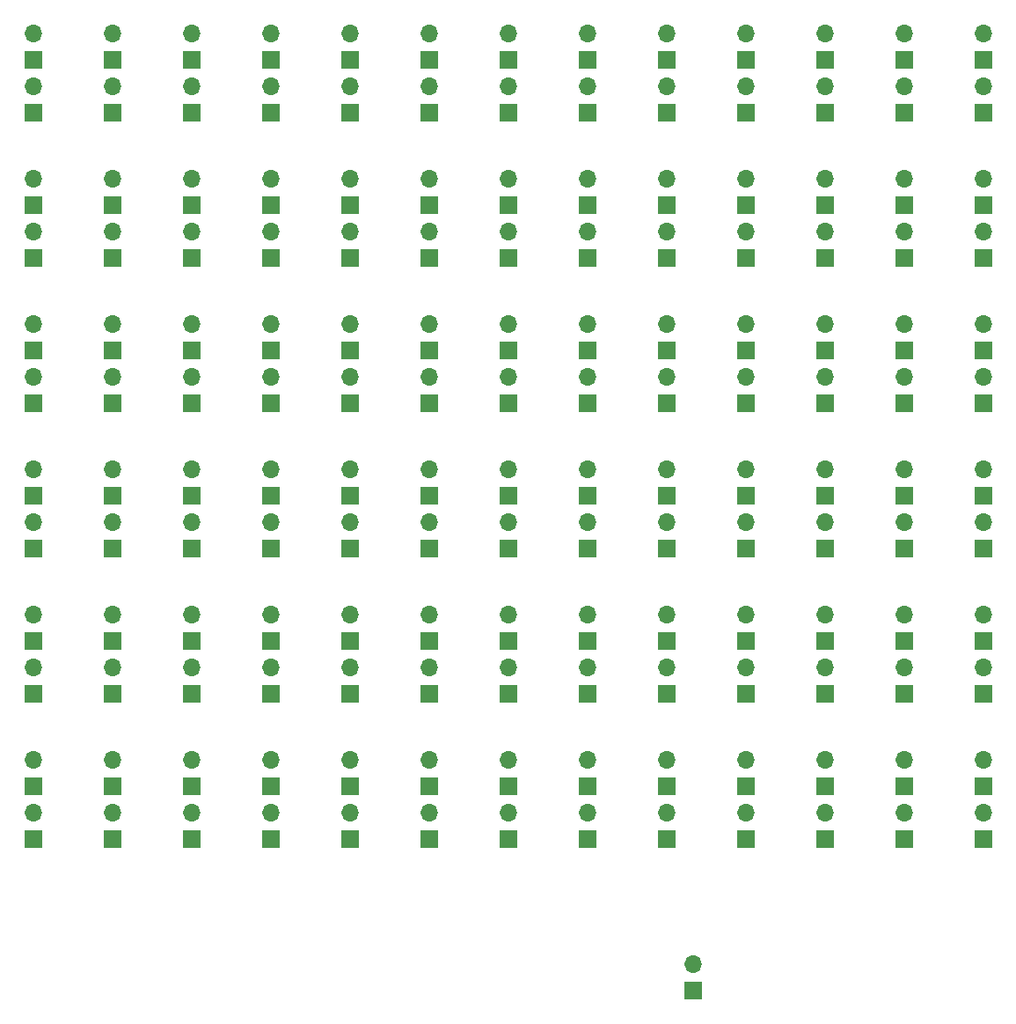
<source format=gbr>
%TF.GenerationSoftware,KiCad,Pcbnew,8.0.2-1*%
%TF.CreationDate,2024-08-03T10:32:13+02:00*%
%TF.ProjectId,dev-board,6465762d-626f-4617-9264-2e6b69636164,1.0*%
%TF.SameCoordinates,Original*%
%TF.FileFunction,Soldermask,Bot*%
%TF.FilePolarity,Negative*%
%FSLAX46Y46*%
G04 Gerber Fmt 4.6, Leading zero omitted, Abs format (unit mm)*
G04 Created by KiCad (PCBNEW 8.0.2-1) date 2024-08-03 10:32:13*
%MOMM*%
%LPD*%
G01*
G04 APERTURE LIST*
%ADD10R,1.700000X1.700000*%
%ADD11O,1.700000X1.700000*%
G04 APERTURE END LIST*
D10*
%TO.C,J90*%
X189865000Y-94620000D03*
D11*
X189865000Y-92080000D03*
%TD*%
D10*
%TO.C,J69*%
X128905000Y-85730000D03*
D11*
X128905000Y-83190000D03*
%TD*%
D10*
%TO.C,J97*%
X144145000Y-99705000D03*
D11*
X144145000Y-97165000D03*
%TD*%
D10*
%TO.C,J28*%
X113665000Y-66675000D03*
D11*
X113665000Y-64135000D03*
%TD*%
D10*
%TO.C,J63*%
X182245000Y-80650000D03*
D11*
X182245000Y-78110000D03*
%TD*%
D10*
%TO.C,J81*%
X121285000Y-94625000D03*
D11*
X121285000Y-92085000D03*
%TD*%
D10*
%TO.C,J49*%
X174625000Y-71760000D03*
D11*
X174625000Y-69220000D03*
%TD*%
D10*
%TO.C,J22*%
X167005000Y-57785000D03*
D11*
X167005000Y-55245000D03*
%TD*%
D10*
%TO.C,J118*%
X106045000Y-113665000D03*
D11*
X106045000Y-111125000D03*
%TD*%
D10*
%TO.C,J143*%
X189865000Y-122560000D03*
D11*
X189865000Y-120020000D03*
%TD*%
D10*
%TO.C,J116*%
X189865000Y-108595000D03*
D11*
X189865000Y-106055000D03*
%TD*%
D10*
%TO.C,J37*%
X182245000Y-66680000D03*
D11*
X182245000Y-64140000D03*
%TD*%
D10*
%TO.C,J122*%
X136525000Y-113675000D03*
D11*
X136525000Y-111135000D03*
%TD*%
D10*
%TO.C,J68*%
X121285000Y-85730000D03*
D11*
X121285000Y-83190000D03*
%TD*%
D10*
%TO.C,J65*%
X197485000Y-80650000D03*
D11*
X197485000Y-78110000D03*
%TD*%
D10*
%TO.C,J27*%
X106045000Y-66675000D03*
D11*
X106045000Y-64135000D03*
%TD*%
D10*
%TO.C,J102*%
X182245000Y-99705000D03*
D11*
X182245000Y-97165000D03*
%TD*%
D10*
%TO.C,J14*%
X106045000Y-57785000D03*
D11*
X106045000Y-55245000D03*
%TD*%
D10*
%TO.C,J151*%
X151765000Y-127640000D03*
D11*
X151765000Y-125100000D03*
%TD*%
D10*
%TO.C,J115*%
X182245000Y-108595000D03*
D11*
X182245000Y-106055000D03*
%TD*%
D10*
%TO.C,J107*%
X121285000Y-108595000D03*
D11*
X121285000Y-106055000D03*
%TD*%
D10*
%TO.C,J50*%
X182245000Y-71760000D03*
D11*
X182245000Y-69220000D03*
%TD*%
D10*
%TO.C,J29*%
X121285000Y-66680000D03*
D11*
X121285000Y-64140000D03*
%TD*%
D10*
%TO.C,J41*%
X113665000Y-71755000D03*
D11*
X113665000Y-69215000D03*
%TD*%
D10*
%TO.C,J156*%
X189865000Y-127645000D03*
D11*
X189865000Y-125105000D03*
%TD*%
D10*
%TO.C,J139*%
X159385000Y-122560000D03*
D11*
X159385000Y-120020000D03*
%TD*%
D10*
%TO.C,J155*%
X182245000Y-127645000D03*
D11*
X182245000Y-125105000D03*
%TD*%
D10*
%TO.C,J8*%
X159385000Y-52705000D03*
D11*
X159385000Y-50165000D03*
%TD*%
D10*
%TO.C,J55*%
X121285000Y-80655000D03*
D11*
X121285000Y-78115000D03*
%TD*%
D10*
%TO.C,J36*%
X174625000Y-66680000D03*
D11*
X174625000Y-64140000D03*
%TD*%
D10*
%TO.C,J76*%
X182245000Y-85730000D03*
D11*
X182245000Y-83190000D03*
%TD*%
D10*
%TO.C,J134*%
X121285000Y-122560000D03*
D11*
X121285000Y-120020000D03*
%TD*%
D10*
%TO.C,J152*%
X159385000Y-127640000D03*
D11*
X159385000Y-125100000D03*
%TD*%
D10*
%TO.C,J25*%
X189865000Y-57785000D03*
D11*
X189865000Y-55245000D03*
%TD*%
D10*
%TO.C,J21*%
X159385000Y-57785000D03*
D11*
X159385000Y-55245000D03*
%TD*%
D10*
%TO.C,J136*%
X136525000Y-122560000D03*
D11*
X136525000Y-120020000D03*
%TD*%
D10*
%TO.C,J101*%
X174625000Y-99705000D03*
D11*
X174625000Y-97165000D03*
%TD*%
D10*
%TO.C,J58*%
X144145000Y-80650000D03*
D11*
X144145000Y-78110000D03*
%TD*%
D10*
%TO.C,J38*%
X189865000Y-66685000D03*
D11*
X189865000Y-64145000D03*
%TD*%
D10*
%TO.C,J149*%
X136525000Y-127645000D03*
D11*
X136525000Y-125105000D03*
%TD*%
D10*
%TO.C,J89*%
X182245000Y-94620000D03*
D11*
X182245000Y-92080000D03*
%TD*%
D10*
%TO.C,J13*%
X197485000Y-52705000D03*
D11*
X197485000Y-50165000D03*
%TD*%
D10*
%TO.C,J96*%
X136525000Y-99705000D03*
D11*
X136525000Y-97165000D03*
%TD*%
D10*
%TO.C,J18*%
X136525000Y-57785000D03*
D11*
X136525000Y-55245000D03*
%TD*%
D10*
%TO.C,J19*%
X144145000Y-57785000D03*
D11*
X144145000Y-55245000D03*
%TD*%
D10*
%TO.C,J57*%
X136525000Y-80655000D03*
D11*
X136525000Y-78115000D03*
%TD*%
D10*
%TO.C,J79*%
X106045000Y-94615000D03*
D11*
X106045000Y-92075000D03*
%TD*%
D10*
%TO.C,J44*%
X136525000Y-71760000D03*
D11*
X136525000Y-69220000D03*
%TD*%
D10*
%TO.C,J35*%
X167005000Y-66680000D03*
D11*
X167005000Y-64140000D03*
%TD*%
D10*
%TO.C,J45*%
X144145000Y-71760000D03*
D11*
X144145000Y-69220000D03*
%TD*%
D10*
%TO.C,J70*%
X136525000Y-85735000D03*
D11*
X136525000Y-83195000D03*
%TD*%
D10*
%TO.C,J67*%
X113665000Y-85730000D03*
D11*
X113665000Y-83190000D03*
%TD*%
D10*
%TO.C,J105*%
X106045000Y-108585000D03*
D11*
X106045000Y-106045000D03*
%TD*%
D10*
%TO.C,J47*%
X159385000Y-71760000D03*
D11*
X159385000Y-69220000D03*
%TD*%
D10*
%TO.C,J144*%
X197485000Y-127645000D03*
D11*
X197485000Y-125105000D03*
%TD*%
D10*
%TO.C,J84*%
X144145000Y-94620000D03*
D11*
X144145000Y-92080000D03*
%TD*%
D10*
%TO.C,J12*%
X189865000Y-52705000D03*
D11*
X189865000Y-50165000D03*
%TD*%
D10*
%TO.C,J26*%
X197485000Y-57785000D03*
D11*
X197485000Y-55245000D03*
%TD*%
D10*
%TO.C,J120*%
X121285000Y-113675000D03*
D11*
X121285000Y-111135000D03*
%TD*%
D10*
%TO.C,J39*%
X197485000Y-66685000D03*
D11*
X197485000Y-64145000D03*
%TD*%
D10*
%TO.C,J62*%
X174625000Y-80650000D03*
D11*
X174625000Y-78110000D03*
%TD*%
D10*
%TO.C,J142*%
X182245000Y-122560000D03*
D11*
X182245000Y-120020000D03*
%TD*%
D10*
%TO.C,J112*%
X159385000Y-108590000D03*
D11*
X159385000Y-106050000D03*
%TD*%
D10*
%TO.C,J135*%
X128905000Y-122565000D03*
D11*
X128905000Y-120025000D03*
%TD*%
D10*
%TO.C,J110*%
X144145000Y-108590000D03*
D11*
X144145000Y-106050000D03*
%TD*%
D10*
%TO.C,J87*%
X167005000Y-94620000D03*
D11*
X167005000Y-92080000D03*
%TD*%
D10*
%TO.C,J104*%
X197485000Y-99700000D03*
D11*
X197485000Y-97160000D03*
%TD*%
D10*
%TO.C,J95*%
X128905000Y-99705000D03*
D11*
X128905000Y-97165000D03*
%TD*%
D10*
%TO.C,J15*%
X113665000Y-57785000D03*
D11*
X113665000Y-55245000D03*
%TD*%
D10*
%TO.C,J129*%
X189865000Y-113675000D03*
D11*
X189865000Y-111135000D03*
%TD*%
D10*
%TO.C,J117*%
X197485000Y-108590000D03*
D11*
X197485000Y-106050000D03*
%TD*%
D10*
%TO.C,J91*%
X197485000Y-94625000D03*
D11*
X197485000Y-92085000D03*
%TD*%
D10*
%TO.C,J145*%
X106045000Y-127635000D03*
D11*
X106045000Y-125095000D03*
%TD*%
D10*
%TO.C,J33*%
X151765000Y-66680000D03*
D11*
X151765000Y-64140000D03*
%TD*%
D10*
%TO.C,J113*%
X167005000Y-108590000D03*
D11*
X167005000Y-106050000D03*
%TD*%
D10*
%TO.C,J51*%
X189865000Y-71760000D03*
D11*
X189865000Y-69220000D03*
%TD*%
D10*
%TO.C,J114*%
X174625000Y-108590000D03*
D11*
X174625000Y-106050000D03*
%TD*%
D10*
%TO.C,J141*%
X174625000Y-122565000D03*
D11*
X174625000Y-120025000D03*
%TD*%
D10*
%TO.C,J10*%
X174625000Y-52705000D03*
D11*
X174625000Y-50165000D03*
%TD*%
D10*
%TO.C,J86*%
X159385000Y-94625000D03*
D11*
X159385000Y-92085000D03*
%TD*%
D10*
%TO.C,J83*%
X136525000Y-94625000D03*
D11*
X136525000Y-92085000D03*
%TD*%
D10*
%TO.C,J53*%
X106045000Y-80645000D03*
D11*
X106045000Y-78105000D03*
%TD*%
D10*
%TO.C,J82*%
X128905000Y-94620000D03*
D11*
X128905000Y-92080000D03*
%TD*%
D10*
%TO.C,J17*%
X128905000Y-57785000D03*
D11*
X128905000Y-55245000D03*
%TD*%
D10*
%TO.C,J146*%
X113665000Y-127640000D03*
D11*
X113665000Y-125100000D03*
%TD*%
D10*
%TO.C,J9*%
X167005000Y-52705000D03*
D11*
X167005000Y-50165000D03*
%TD*%
D10*
%TO.C,J140*%
X167005000Y-122565000D03*
D11*
X167005000Y-120025000D03*
%TD*%
D10*
%TO.C,J119*%
X113665000Y-113670000D03*
D11*
X113665000Y-111130000D03*
%TD*%
D10*
%TO.C,J64*%
X189865000Y-80655000D03*
D11*
X189865000Y-78115000D03*
%TD*%
D10*
%TO.C,J94*%
X121285000Y-99705000D03*
D11*
X121285000Y-97165000D03*
%TD*%
D10*
%TO.C,J125*%
X159385000Y-113675000D03*
D11*
X159385000Y-111135000D03*
%TD*%
D10*
%TO.C,J2*%
X113665000Y-52705000D03*
D11*
X113665000Y-50165000D03*
%TD*%
D10*
%TO.C,J124*%
X151765000Y-113675000D03*
D11*
X151765000Y-111135000D03*
%TD*%
D10*
%TO.C,J147*%
X121285000Y-127640000D03*
D11*
X121285000Y-125100000D03*
%TD*%
D10*
%TO.C,J148*%
X128905000Y-127640000D03*
D11*
X128905000Y-125100000D03*
%TD*%
D10*
%TO.C,J150*%
X144145000Y-127645000D03*
D11*
X144145000Y-125105000D03*
%TD*%
D10*
%TO.C,J93*%
X113665000Y-99700000D03*
D11*
X113665000Y-97160000D03*
%TD*%
D10*
%TO.C,J30*%
X128905000Y-66680000D03*
D11*
X128905000Y-64140000D03*
%TD*%
D10*
%TO.C,J3*%
X121285000Y-52705000D03*
D11*
X121285000Y-50165000D03*
%TD*%
D10*
%TO.C,J1*%
X106045000Y-52705000D03*
D11*
X106045000Y-50165000D03*
%TD*%
D10*
%TO.C,J137*%
X144145000Y-122565000D03*
D11*
X144145000Y-120025000D03*
%TD*%
D10*
%TO.C,J52*%
X197485000Y-71765000D03*
D11*
X197485000Y-69225000D03*
%TD*%
D10*
%TO.C,J11*%
X182245000Y-52705000D03*
D11*
X182245000Y-50165000D03*
%TD*%
D10*
%TO.C,J54*%
X113665000Y-80650000D03*
D11*
X113665000Y-78110000D03*
%TD*%
D10*
%TO.C,J59*%
X151765000Y-80655000D03*
D11*
X151765000Y-78115000D03*
%TD*%
D10*
%TO.C,J74*%
X167005000Y-85735000D03*
D11*
X167005000Y-83195000D03*
%TD*%
D10*
%TO.C,J111*%
X151765000Y-108590000D03*
D11*
X151765000Y-106050000D03*
%TD*%
D10*
%TO.C,J123*%
X144145000Y-113675000D03*
D11*
X144145000Y-111135000D03*
%TD*%
D10*
%TO.C,J98*%
X151765000Y-99705000D03*
D11*
X151765000Y-97165000D03*
%TD*%
D10*
%TO.C,J20*%
X151765000Y-57785000D03*
D11*
X151765000Y-55245000D03*
%TD*%
D10*
%TO.C,J56*%
X128905000Y-80655000D03*
D11*
X128905000Y-78115000D03*
%TD*%
D10*
%TO.C,J109*%
X136525000Y-108595000D03*
D11*
X136525000Y-106055000D03*
%TD*%
D10*
%TO.C,J138*%
X151765000Y-122565000D03*
D11*
X151765000Y-120025000D03*
%TD*%
D10*
%TO.C,J127*%
X174625000Y-113670000D03*
D11*
X174625000Y-111130000D03*
%TD*%
D10*
%TO.C,J154*%
X174625000Y-127640000D03*
D11*
X174625000Y-125100000D03*
%TD*%
D10*
%TO.C,J77*%
X189865000Y-85735000D03*
D11*
X189865000Y-83195000D03*
%TD*%
D10*
%TO.C,J158*%
X169545000Y-142240000D03*
D11*
X169545000Y-139700000D03*
%TD*%
D10*
%TO.C,J100*%
X167005000Y-99700000D03*
D11*
X167005000Y-97160000D03*
%TD*%
D10*
%TO.C,J85*%
X151765000Y-94625000D03*
D11*
X151765000Y-92085000D03*
%TD*%
D10*
%TO.C,J5*%
X136525000Y-52705000D03*
D11*
X136525000Y-50165000D03*
%TD*%
D10*
%TO.C,J31*%
X136525000Y-66680000D03*
D11*
X136525000Y-64140000D03*
%TD*%
D10*
%TO.C,J23*%
X174625000Y-57785000D03*
D11*
X174625000Y-55245000D03*
%TD*%
D10*
%TO.C,J24*%
X182245000Y-57785000D03*
D11*
X182245000Y-55245000D03*
%TD*%
D10*
%TO.C,J128*%
X182245000Y-113675000D03*
D11*
X182245000Y-111135000D03*
%TD*%
D10*
%TO.C,J88*%
X174625000Y-94625000D03*
D11*
X174625000Y-92085000D03*
%TD*%
D10*
%TO.C,J6*%
X144145000Y-52705000D03*
D11*
X144145000Y-50165000D03*
%TD*%
D10*
%TO.C,J126*%
X167005000Y-113675000D03*
D11*
X167005000Y-111135000D03*
%TD*%
D10*
%TO.C,J48*%
X167005000Y-71760000D03*
D11*
X167005000Y-69220000D03*
%TD*%
D10*
%TO.C,J106*%
X113665000Y-108595000D03*
D11*
X113665000Y-106055000D03*
%TD*%
D10*
%TO.C,J7*%
X151765000Y-52705000D03*
D11*
X151765000Y-50165000D03*
%TD*%
D10*
%TO.C,J78*%
X197485000Y-85730000D03*
D11*
X197485000Y-83190000D03*
%TD*%
D10*
%TO.C,J131*%
X197485000Y-122560000D03*
D11*
X197485000Y-120020000D03*
%TD*%
D10*
%TO.C,J92*%
X106045000Y-99700000D03*
D11*
X106045000Y-97160000D03*
%TD*%
D10*
%TO.C,J4*%
X128905000Y-52705000D03*
D11*
X128905000Y-50165000D03*
%TD*%
D10*
%TO.C,J32*%
X144145000Y-66680000D03*
D11*
X144145000Y-64140000D03*
%TD*%
D10*
%TO.C,J43*%
X128905000Y-71755000D03*
D11*
X128905000Y-69215000D03*
%TD*%
D10*
%TO.C,J46*%
X151765000Y-71765000D03*
D11*
X151765000Y-69225000D03*
%TD*%
D10*
%TO.C,J133*%
X113665000Y-122560000D03*
D11*
X113665000Y-120020000D03*
%TD*%
D10*
%TO.C,J80*%
X113665000Y-94620000D03*
D11*
X113665000Y-92080000D03*
%TD*%
D10*
%TO.C,J61*%
X167005000Y-80650000D03*
D11*
X167005000Y-78110000D03*
%TD*%
D10*
%TO.C,J75*%
X174625000Y-85735000D03*
D11*
X174625000Y-83195000D03*
%TD*%
D10*
%TO.C,J34*%
X159385000Y-66685000D03*
D11*
X159385000Y-64145000D03*
%TD*%
D10*
%TO.C,J60*%
X159385000Y-80655000D03*
D11*
X159385000Y-78115000D03*
%TD*%
D10*
%TO.C,J103*%
X189865000Y-99700000D03*
D11*
X189865000Y-97160000D03*
%TD*%
D10*
%TO.C,J73*%
X159385000Y-85730000D03*
D11*
X159385000Y-83190000D03*
%TD*%
D10*
%TO.C,J72*%
X151765000Y-85735000D03*
D11*
X151765000Y-83195000D03*
%TD*%
D10*
%TO.C,J71*%
X144145000Y-85730000D03*
D11*
X144145000Y-83190000D03*
%TD*%
D10*
%TO.C,J66*%
X106045000Y-85725000D03*
D11*
X106045000Y-83185000D03*
%TD*%
D10*
%TO.C,J130*%
X197485000Y-113670000D03*
D11*
X197485000Y-111130000D03*
%TD*%
D10*
%TO.C,J16*%
X121285000Y-57785000D03*
D11*
X121285000Y-55245000D03*
%TD*%
D10*
%TO.C,J99*%
X159385000Y-99705000D03*
D11*
X159385000Y-97165000D03*
%TD*%
D10*
%TO.C,J40*%
X106045000Y-71755000D03*
D11*
X106045000Y-69215000D03*
%TD*%
D10*
%TO.C,J42*%
X121285000Y-71755000D03*
D11*
X121285000Y-69215000D03*
%TD*%
D10*
%TO.C,J108*%
X128905000Y-108590000D03*
D11*
X128905000Y-106050000D03*
%TD*%
D10*
%TO.C,J153*%
X167005000Y-127645000D03*
D11*
X167005000Y-125105000D03*
%TD*%
D10*
%TO.C,J121*%
X128905000Y-113670000D03*
D11*
X128905000Y-111130000D03*
%TD*%
D10*
%TO.C,J132*%
X106045000Y-122555000D03*
D11*
X106045000Y-120015000D03*
%TD*%
M02*

</source>
